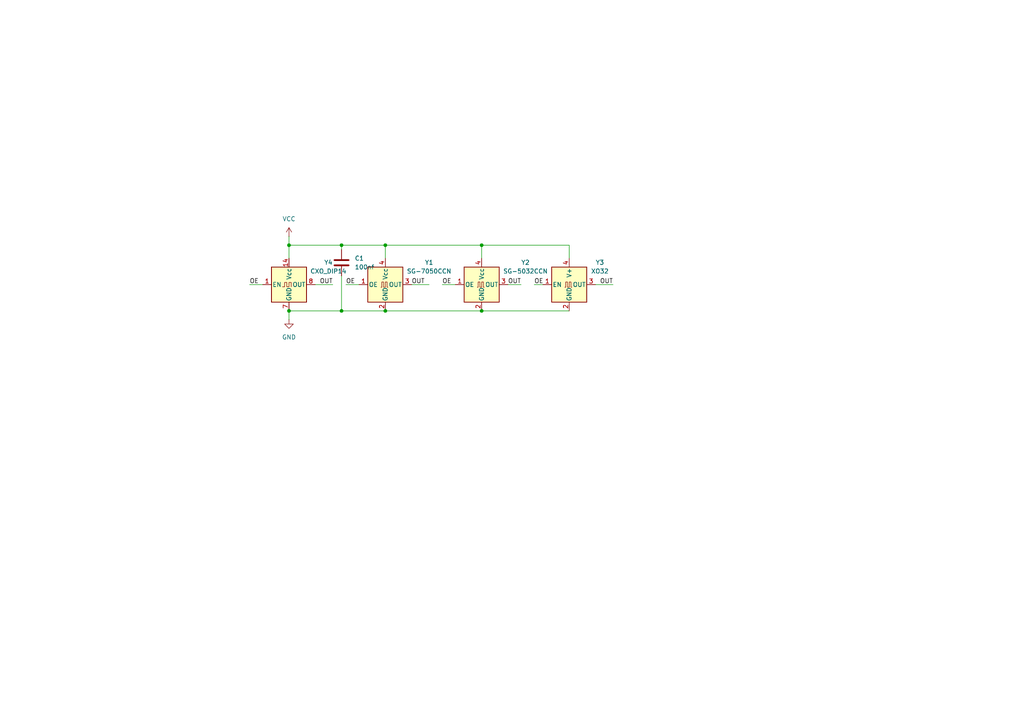
<source format=kicad_sch>
(kicad_sch (version 20250114) (generator "eeschema") (generator_version "9.0")
  (paper "A4")
  (lib_symbols
    (symbol "Device:C" (pin_numbers (hide yes)) (pin_names (offset 0.254))
      (property "Reference" "C" (at 0.635 2.54 0))
      (property "Value" "C" (at 0.635 -2.54 0))
      (symbol "C_0_1"
        (polyline (pts (xy -2.032 0.762) (xy 2.032 0.762)) (stroke (width 0.508)))
        (polyline (pts (xy -2.032 -0.762) (xy 2.032 -0.762)) (stroke (width 0.508)))
      )
      (symbol "C_1_1"
        (pin passive line (at 0 3.81 270) (length 2.794) (name "~") (number "1"))
        (pin passive line (at 0 -3.81 90) (length 2.794) (name "~") (number "2"))
      )
    )
    (symbol "Oscillator:CXO_DIP14" (pin_names (offset 0.254))
      (property "Reference" "Y" (at -5.08 6.35 0))
      (property "Value" "CXO_DIP14" (at 1.27 -6.35 0))
      (symbol "CXO_DIP14_0_1"
        (rectangle (start -5.08 5.08) (end 5.08 -5.08) (stroke (width 0.254)) (fill (type background)))
        (polyline (pts (xy -1.905 -0.635) (xy -1.27 -0.635) (xy -1.27 0.635) (xy -0.635 0.635) (xy -0.635 -0.635) (xy 0 -0.635) (xy 0 0.635) (xy 0.635 0.635) (xy 0.635 -0.635)))
      )
      (symbol "CXO_DIP14_1_1"
        (pin input line (at -7.62 0 0) (length 2.54) (name "EN") (number "1"))
        (pin power_in line (at 0 7.62 270) (length 2.54) (name "Vcc") (number "14"))
        (pin power_in line (at 0 -7.62 90) (length 2.54) (name "GND") (number "7"))
        (pin output line (at 7.62 0 180) (length 2.54) (name "OUT") (number "8"))
      )
    )
    (symbol "Oscillator:SG-5032CCN" (pin_names (offset 0.254))
      (property "Reference" "Y" (at -5.08 6.35 0))
      (property "Value" "SG-5032CCN" (at 1.27 -6.35 0))
      (symbol "SG-5032CCN_0_1"
        (rectangle (start -5.08 5.08) (end 5.08 -5.08) (stroke (width 0.254)) (fill (type background)))
        (polyline (pts (xy -1.27 -0.762) (xy -1.016 -0.762) (xy -1.016 0.762) (xy -0.508 0.762) (xy -0.508 -0.762) (xy 0 -0.762) (xy 0 0.762) (xy 0.508 0.762) (xy 0.508 -0.762) (xy 0.762 -0.762)))
      )
      (symbol "SG-5032CCN_1_1"
        (pin input line (at -7.62 0 0) (length 2.54) (name "OE") (number "1"))
        (pin power_in line (at 0 7.62 270) (length 2.54) (name "Vcc") (number "4"))
        (pin power_in line (at 0 -7.62 90) (length 2.54) (name "GND") (number "2"))
        (pin output line (at 7.62 0 180) (length 2.54) (name "OUT") (number "3"))
      )
    )
    (symbol "Oscillator:SG-7050CCN" (pin_names (offset 0.254))
      (property "Reference" "Y" (at -5.08 6.35 0))
      (property "Value" "SG-7050CCN" (at 1.27 -6.35 0))
      (symbol "SG-7050CCN_0_1"
        (rectangle (start -5.08 5.08) (end 5.08 -5.08) (stroke (width 0.254)) (fill (type background)))
        (polyline (pts (xy -1.27 -0.762) (xy -1.016 -0.762) (xy -1.016 0.762) (xy -0.508 0.762) (xy -0.508 -0.762) (xy 0 -0.762) (xy 0 0.762) (xy 0.508 0.762) (xy 0.508 -0.762) (xy 0.762 -0.762)))
      )
      (symbol "SG-7050CCN_1_1"
        (pin input line (at -7.62 0 0) (length 2.54) (name "OE") (number "1"))
        (pin power_in line (at 0 7.62 270) (length 2.54) (name "Vcc") (number "4"))
        (pin power_in line (at 0 -7.62 90) (length 2.54) (name "GND") (number "2"))
        (pin output line (at 7.62 0 180) (length 2.54) (name "OUT") (number "3"))
      )
    )
    (symbol "Oscillator:XO32" (pin_names (offset 0.254))
      (property "Reference" "Y" (at -5.08 6.35 0))
      (property "Value" "XO32" (at 1.27 -6.35 0))
      (symbol "XO32_0_1"
        (rectangle (start -5.08 5.08) (end 5.08 -5.08) (stroke (width 0.254)) (fill (type background)))
        (polyline (pts (xy -1.27 -0.762) (xy -1.016 -0.762) (xy -1.016 0.762) (xy -0.508 0.762) (xy -0.508 -0.762) (xy 0 -0.762) (xy 0 0.762) (xy 0.508 0.762) (xy 0.508 -0.762) (xy 0.762 -0.762)))
      )
      (symbol "XO32_1_1"
        (pin input line (at -7.62 0 0) (length 2.54) (name "EN") (number "1"))
        (pin power_in line (at 0 7.62 270) (length 2.54) (name "V+") (number "4"))
        (pin power_in line (at 0 -7.62 90) (length 2.54) (name "GND") (number "2"))
        (pin output line (at 7.62 0 180) (length 2.54) (name "OUT") (number "3"))
      )
    )
    (symbol "power:GND" (power) (pin_numbers (hide yes)) (pin_names (offset 0) (hide yes))
      (property "Value" "GND" (at 0 -3.81 0))
      (symbol "GND_0_1"
        (polyline (pts (xy 0 0) (xy 0 -1.27) (xy 1.27 -1.27) (xy 0 -2.54) (xy -1.27 -1.27) (xy 0 -1.27)))
      )
      (symbol "GND_1_1"
        (pin power_in line (at 0 0 270) (length 0) (name "~") (number "1"))
      )
    )
    (symbol "power:VCC" (power) (pin_numbers (hide yes)) (pin_names (offset 0) (hide yes))
      (property "Value" "VCC" (at 0 3.556 0))
      (symbol "VCC_0_1"
        (polyline (pts (xy -0.762 1.27) (xy 0 2.54)))
        (polyline (pts (xy 0 2.54) (xy 0.762 1.27)))
        (polyline (pts (xy 0 0) (xy 0 2.54)))
      )
      (symbol "VCC_1_1"
        (pin power_in line (at 0 0 90) (length 0) (name "~") (number "1"))
      )
    )
  )
  (junction (at 83.82 71.12))
  (junction (at 99.06 90.17))
  (junction (at 139.7 71.12))
  (junction (at 83.82 90.17))
  (junction (at 111.76 71.12))
  (junction (at 111.76 90.17))
  (junction (at 139.7 90.17))
  (junction (at 99.06 71.12))
  (wire (pts (xy 83.82 71.12) (xy 99.06 71.12)))
  (wire (pts (xy 99.06 71.12) (xy 111.76 71.12)))
  (wire (pts (xy 83.82 68.58) (xy 83.82 71.12)))
  (wire (pts (xy 147.32 82.55) (xy 151.13 82.55)))
  (wire (pts (xy 83.82 90.17) (xy 83.82 92.71)))
  (wire (pts (xy 154.94 82.55) (xy 157.48 82.55)))
  (wire (pts (xy 119.38 82.55) (xy 124.46 82.55)))
  (wire (pts (xy 128.27 82.55) (xy 132.08 82.55)))
  (wire (pts (xy 99.06 71.12) (xy 99.06 72.39)))
  (wire (pts (xy 111.76 71.12) (xy 111.76 74.93)))
  (wire (pts (xy 83.82 71.12) (xy 83.82 74.93)))
  (wire (pts (xy 139.7 71.12) (xy 165.1 71.12)))
  (wire (pts (xy 111.76 90.17) (xy 139.7 90.17)))
  (wire (pts (xy 99.06 90.17) (xy 111.76 90.17)))
  (wire (pts (xy 99.06 80.01) (xy 99.06 90.17)))
  (wire (pts (xy 172.72 82.55) (xy 177.8 82.55)))
  (wire (pts (xy 72.39 82.55) (xy 76.2 82.55)))
  (wire (pts (xy 91.44 82.55) (xy 96.52 82.55)))
  (wire (pts (xy 139.7 90.17) (xy 165.1 90.17)))
  (wire (pts (xy 165.1 71.12) (xy 165.1 74.93)))
  (wire (pts (xy 111.76 71.12) (xy 139.7 71.12)))
  (wire (pts (xy 83.82 90.17) (xy 99.06 90.17)))
  (wire (pts (xy 100.33 82.55) (xy 104.14 82.55)))
  (wire (pts (xy 139.7 71.12) (xy 139.7 74.93)))
  (label "OE" (at 154.94 82.55 0))
  (label "OE" (at 100.33 82.55 0))
  (label "OUT" (at 173.99 82.55 0))
  (label "OUT" (at 147.32 82.55 0))
  (label "OUT" (at 119.38 82.55 0))
  (label "OE" (at 128.27 82.55 0))
  (label "OE" (at 72.39 82.55 0))
  (label "OUT" (at 92.71 82.55 0))
  (symbol (lib_id "Device:C") (at 99.06 76.2 0) (unit 1)
    (property "Reference" "C1" (at 102.87 74.9299 0) (effects (justify left)))
    (property "Value" "100nf" (at 102.87 77.4699 0) (effects (justify left)))
    (property "Footprint" "Capacitor_SMD:C_0201_0603Metric_Pad0.64x0.40mm_HandSolder" (effects (hide yes)))
    (property "Description" "Unpolarized capacitor" (effects (hide yes)))
  )
  (symbol (lib_id "Oscillator:SG-5032CCN") (at 139.7 82.55 0) (unit 1)
    (property "Reference" "Y2" (at 152.4 76.1298 0))
    (property "Value" "SG-5032CCN" (at 152.4 78.6698 0))
    (property "Footprint" "Oscillator:Oscillator_SMD_SeikoEpson_SG8002LB-4Pin_5.0x3.2mm" (effects (hide yes)))
    (property "Datasheet" "https://support.epson.biz/td/api/doc_check.php?dl=brief_SG5032CCN&lang=en" (effects (hide yes)))
    (property "Description" "CMOS Clock Oscillator 2.5 to 50 MHz" (effects (hide yes)))
  )
  (symbol (lib_id "Oscillator:XO32") (at 165.1 82.55 0) (unit 1)
    (property "Reference" "Y3" (at 173.99 76.1298 0))
    (property "Value" "XO32" (at 173.99 78.6698 0))
    (property "Footprint" "Oscillator:Oscillator_SMD_EuroQuartz_XO32-4Pin_3.2x2.5mm" (effects (hide yes)))
    (property "Datasheet" "http://cdn-reichelt.de/documents/datenblatt/B400/XO32.pdf" (effects (hide yes)))
    (property "Description" "HCMOS Clock Oscillator" (effects (hide yes)))
  )
  (symbol (lib_id "Oscillator:SG-7050CCN") (at 111.76 82.55 0) (unit 1)
    (property "Reference" "Y1" (at 124.46 76.1298 0))
    (property "Value" "SG-7050CCN" (at 124.46 78.6698 0))
    (property "Footprint" "Oscillator:Oscillator_SMD_SeikoEpson_SG8002CA-4Pin_7.0x5.0mm" (effects (hide yes)))
    (property "Datasheet" "https://support.epson.biz/td/api/doc_check.php?dl=brief_SG7050CAN&lang=en" (effects (hide yes)))
    (property "Description" "CMOS Clock Oscillator 2.5 to 50 MHz" (effects (hide yes)))
  )
  (symbol (lib_id "power:GND") (at 83.82 92.71 0) (unit 1)
    (property "Reference" "#PWR01" (effects (hide yes)))
    (property "Value" "GND" (at 83.82 97.79 0))
    (property "Description" "Power symbol creates a global label with name \"GND\" , ground" (effects (hide yes)))
  )
  (symbol (lib_id "Oscillator:CXO_DIP14") (at 83.82 82.55 0) (unit 1)
    (property "Reference" "Y4" (at 95.25 76.1298 0))
    (property "Value" "CXO_DIP14" (at 95.25 78.6698 0))
    (property "Footprint" "Oscillator:Oscillator_DIP-14" (effects (hide yes)))
    (property "Datasheet" "http://cdn-reichelt.de/documents/datenblatt/B400/OSZI.pdf" (effects (hide yes)))
    (property "Description" "Crystal Clock Oscillator, DIP14-style metal package" (effects (hide yes)))
  )
  (symbol (lib_id "power:VCC") (at 83.82 68.58 0) (unit 1)
    (property "Reference" "#PWR02" (effects (hide yes)))
    (property "Value" "VCC" (at 83.82 63.5 0))
    (property "Description" "Power symbol creates a global label with name \"VCC\"" (effects (hide yes)))
  )
)
</source>
